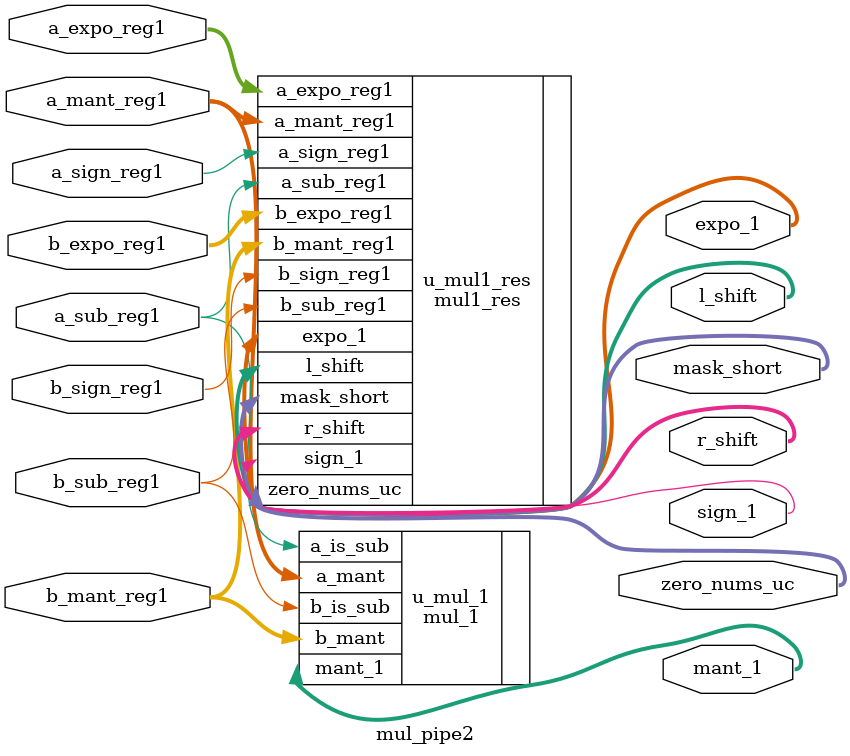
<source format=sv>
module mul_pipe2#(
    parameter int unsigned  SIGN_W = 1,
    parameter int unsigned  EXPO_W = 8,
    parameter int unsigned  MANT_W = 23,
    localparam int unsigned ZERO_D = $clog2(MANT_W + 1)
)(
    input  logic                               a_sign_reg1 ,              
    input  logic   [EXPO_W - 1 : 0]            a_expo_reg1 ,
    input  logic   [MANT_W - 1 : 0]            a_mant_reg1 ,
    input  logic                               b_sign_reg1 ,
    input  logic   [EXPO_W - 1 : 0]            b_expo_reg1 ,
    input  logic   [MANT_W - 1 : 0]            b_mant_reg1 ,   
    input  logic                               a_sub_reg1  ,              
    input  logic                               b_sub_reg1  , 
    output logic   [2*MANT_W + 1 : 0]          mant_1      ,
    output logic                               sign_1      ,
    output logic   [EXPO_W + 1 : 0]            expo_1      ,
    output logic   [$clog2(MANT_W+1)-1:0]      zero_nums_uc,
    output logic   [MANT_W : 0]                mask_short  ,
    output logic   [ZERO_D : 0]                r_shift     ,
    output logic   [ZERO_D : 0]                l_shift     
);
mul_1 #(
    .SIGN_W(SIGN_W),
    .EXPO_W(EXPO_W),
    .MANT_W(MANT_W)
)u_mul_1(
    .a_is_sub(a_sub_reg1),
    .b_is_sub(b_sub_reg1),
    .a_mant  (a_mant_reg1),
    .b_mant  (b_mant_reg1),
    .mant_1  (mant_1)
);

mul1_res#(
    .SIGN_W(SIGN_W), 
    .EXPO_W(EXPO_W), 
    .MANT_W(MANT_W)  
)u_mul1_res(
    .a_sign_reg1     (a_sign_reg1),
    .b_sign_reg1     (b_sign_reg1),
    .a_expo_reg1     (a_expo_reg1),
    .b_expo_reg1     (b_expo_reg1),
    .a_sub_reg1      (a_sub_reg1),
    .b_sub_reg1      (b_sub_reg1),
    .a_mant_reg1     (a_mant_reg1),
    .b_mant_reg1     (b_mant_reg1),
    .sign_1          (sign_1),
    .expo_1          (expo_1),
    .zero_nums_uc    (zero_nums_uc),
    .mask_short      (mask_short),
    .r_shift         (r_shift),
    .l_shift         (l_shift)
);
endmodule
</source>
